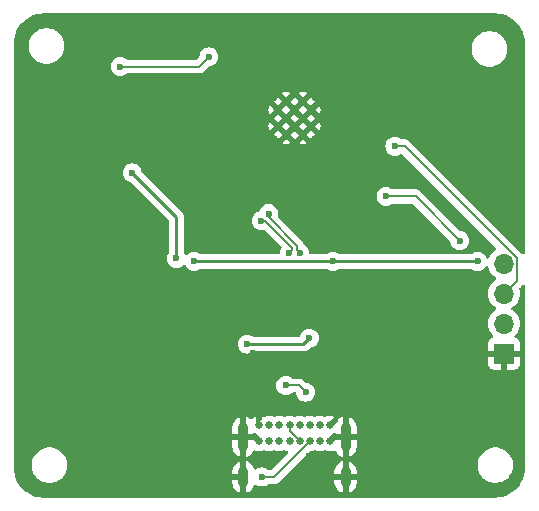
<source format=gbl>
G04 #@! TF.GenerationSoftware,KiCad,Pcbnew,8.0.5*
G04 #@! TF.CreationDate,2024-11-29T11:32:06+09:00*
G04 #@! TF.ProjectId,esp32_primary_board_v2,65737033-325f-4707-9269-6d6172795f62,rev?*
G04 #@! TF.SameCoordinates,Original*
G04 #@! TF.FileFunction,Copper,L4,Bot*
G04 #@! TF.FilePolarity,Positive*
%FSLAX46Y46*%
G04 Gerber Fmt 4.6, Leading zero omitted, Abs format (unit mm)*
G04 Created by KiCad (PCBNEW 8.0.5) date 2024-11-29 11:32:06*
%MOMM*%
%LPD*%
G01*
G04 APERTURE LIST*
G04 #@! TA.AperFunction,ComponentPad*
%ADD10C,0.650000*%
G04 #@! TD*
G04 #@! TA.AperFunction,ComponentPad*
%ADD11O,0.900000X1.700000*%
G04 #@! TD*
G04 #@! TA.AperFunction,ComponentPad*
%ADD12O,0.900000X2.400000*%
G04 #@! TD*
G04 #@! TA.AperFunction,ComponentPad*
%ADD13R,1.700000X1.700000*%
G04 #@! TD*
G04 #@! TA.AperFunction,ComponentPad*
%ADD14O,1.700000X1.700000*%
G04 #@! TD*
G04 #@! TA.AperFunction,HeatsinkPad*
%ADD15C,0.600000*%
G04 #@! TD*
G04 #@! TA.AperFunction,ViaPad*
%ADD16C,0.600000*%
G04 #@! TD*
G04 #@! TA.AperFunction,Conductor*
%ADD17C,0.127000*%
G04 #@! TD*
G04 #@! TA.AperFunction,Conductor*
%ADD18C,0.250000*%
G04 #@! TD*
G04 #@! TA.AperFunction,Conductor*
%ADD19C,0.152400*%
G04 #@! TD*
G04 #@! TA.AperFunction,Conductor*
%ADD20C,0.200000*%
G04 #@! TD*
G04 APERTURE END LIST*
D10*
X136275000Y-135390000D03*
X137125000Y-135390000D03*
X137975000Y-135390000D03*
X138825000Y-135390000D03*
X139675000Y-135390000D03*
X140525000Y-135390000D03*
X141375000Y-135390000D03*
X142225000Y-135390000D03*
X142225000Y-136740000D03*
X141375000Y-136740000D03*
X140525000Y-136740000D03*
X139675000Y-136740000D03*
X138825000Y-136740000D03*
X137975000Y-136740000D03*
X137125000Y-136740000D03*
X136275000Y-136740000D03*
D11*
X134925000Y-139750000D03*
X143575000Y-139750000D03*
D12*
X134925000Y-136370000D03*
X143575000Y-136370000D03*
D13*
X156975000Y-129300000D03*
D14*
X156975000Y-126760000D03*
X156975000Y-124220000D03*
X156975000Y-121680000D03*
D15*
X137850000Y-108660000D03*
X137850000Y-110060000D03*
X138550000Y-107960000D03*
X138550000Y-109360000D03*
X138550000Y-110760000D03*
X139250000Y-108660000D03*
X139250000Y-110060000D03*
X139950000Y-107960000D03*
X139950000Y-109360000D03*
X139950000Y-110760000D03*
X140650000Y-108660000D03*
X140650000Y-110060000D03*
D16*
X154500000Y-123000000D03*
X137750000Y-138000000D03*
X138500000Y-130500000D03*
X151750000Y-102000000D03*
X147750000Y-140500000D03*
X149750000Y-123250000D03*
X126250000Y-112250000D03*
X116250000Y-135000000D03*
X133500000Y-132500000D03*
X122000000Y-121750000D03*
X135000000Y-114000000D03*
X124000000Y-130750000D03*
X124750000Y-115250000D03*
X144000000Y-102750000D03*
X158000000Y-107000000D03*
X144250000Y-108750000D03*
X129250000Y-114500000D03*
X123000000Y-108250000D03*
X142250000Y-138500000D03*
X145500000Y-105500000D03*
X120000000Y-134250000D03*
X129000000Y-125250000D03*
X133250000Y-137750000D03*
X140500000Y-138000000D03*
X136000000Y-111800000D03*
X146250000Y-112750000D03*
X140250000Y-129750000D03*
X135750000Y-129250000D03*
X140250000Y-133750000D03*
X139000000Y-103000000D03*
X122750000Y-102250000D03*
X133250000Y-125500000D03*
X154750000Y-134250000D03*
X144000000Y-106250000D03*
X116000000Y-110750000D03*
X136000000Y-138250000D03*
X130500000Y-106000000D03*
X154500000Y-119500000D03*
X122000000Y-114500000D03*
X136250000Y-102500000D03*
X116000000Y-116000000D03*
X132000000Y-104180000D03*
X124500000Y-105000000D03*
X129250000Y-121250000D03*
X130750000Y-121500000D03*
X154750000Y-121500000D03*
X142500000Y-121500000D03*
X125500000Y-114000000D03*
X140500000Y-128000000D03*
X135250000Y-128500000D03*
X140183677Y-132566323D03*
X138500000Y-132000000D03*
X137051935Y-117448065D03*
X139677000Y-120780647D03*
X138823000Y-120780647D03*
X136448065Y-118051935D03*
X147000000Y-116000000D03*
X153250000Y-119750000D03*
X147750000Y-111750000D03*
X136500000Y-139750000D03*
D17*
X131180000Y-105000000D02*
X132000000Y-104180000D01*
X124500000Y-105000000D02*
X131180000Y-105000000D01*
D18*
X142500000Y-121500000D02*
X149000000Y-121500000D01*
X149000000Y-121500000D02*
X154750000Y-121500000D01*
X129250000Y-117750000D02*
X125500000Y-114000000D01*
X129250000Y-121250000D02*
X129250000Y-117750000D01*
X130750000Y-121500000D02*
X142500000Y-121500000D01*
X140000000Y-128500000D02*
X140500000Y-128000000D01*
X135250000Y-128500000D02*
X140000000Y-128500000D01*
D19*
X139453201Y-120556848D02*
X139453201Y-120165832D01*
X139677000Y-120780647D02*
X139453201Y-120556848D01*
X138500000Y-132000000D02*
X139617354Y-132000000D01*
X139617354Y-132000000D02*
X140183677Y-132566323D01*
X137051935Y-117764566D02*
X137051935Y-117448065D01*
X139453201Y-120165832D02*
X137051935Y-117764566D01*
X139675000Y-136740000D02*
X138825000Y-135890000D01*
X139046799Y-120556848D02*
X139046799Y-120334168D01*
X138823000Y-120780647D02*
X139046799Y-120556848D01*
X139046799Y-120334168D02*
X136764566Y-118051935D01*
X136764566Y-118051935D02*
X136448065Y-118051935D01*
X138825000Y-135890000D02*
X138825000Y-135390000D01*
D20*
X147000000Y-116000000D02*
X149500000Y-116000000D01*
X149500000Y-116000000D02*
X153250000Y-119750000D01*
X158052000Y-121233891D02*
X158052000Y-123143000D01*
X158052000Y-123143000D02*
X156975000Y-124220000D01*
X148568109Y-111750000D02*
X158052000Y-121233891D01*
X147750000Y-111750000D02*
X148568109Y-111750000D01*
X137515000Y-139750000D02*
X140525000Y-136740000D01*
X136500000Y-139750000D02*
X137515000Y-139750000D01*
G04 #@! TA.AperFunction,Conductor*
G36*
X135881340Y-136008634D02*
G01*
X135925688Y-136037135D01*
X136294401Y-136405848D01*
X136327886Y-136467171D01*
X136324652Y-136531845D01*
X136321145Y-136542635D01*
X136314782Y-136540000D01*
X136235218Y-136540000D01*
X136161709Y-136570448D01*
X136105448Y-136626709D01*
X136075000Y-136700218D01*
X136075000Y-136779782D01*
X136105448Y-136853291D01*
X136161709Y-136909552D01*
X136221084Y-136934145D01*
X136174178Y-136945999D01*
X136107936Y-136923777D01*
X136091217Y-136909770D01*
X135801447Y-136620000D01*
X135225000Y-136620000D01*
X135225000Y-136120000D01*
X135667461Y-136120000D01*
X135750325Y-136037135D01*
X135811648Y-136003650D01*
X135881340Y-136008634D01*
G37*
G04 #@! TD.AperFunction*
G04 #@! TA.AperFunction,Conductor*
G36*
X142705326Y-136008634D02*
G01*
X142749673Y-136037135D01*
X142832538Y-136120000D01*
X143275000Y-136120000D01*
X143275000Y-136620000D01*
X142698552Y-136620000D01*
X142408782Y-136909770D01*
X142347459Y-136943255D01*
X142277767Y-136938271D01*
X142274628Y-136935921D01*
X142338291Y-136909552D01*
X142394552Y-136853291D01*
X142425000Y-136779782D01*
X142425000Y-136700218D01*
X142394552Y-136626709D01*
X142338291Y-136570448D01*
X142264782Y-136540000D01*
X142185218Y-136540000D01*
X142178854Y-136542635D01*
X142175347Y-136531845D01*
X142173353Y-136462005D01*
X142205598Y-136405847D01*
X142574311Y-136037135D01*
X142635634Y-136003650D01*
X142705326Y-136008634D01*
G37*
G04 #@! TD.AperFunction*
G04 #@! TA.AperFunction,Conductor*
G36*
X156253736Y-100500726D02*
G01*
X156543796Y-100518271D01*
X156558659Y-100520076D01*
X156840798Y-100571780D01*
X156855335Y-100575363D01*
X157129172Y-100660695D01*
X157143163Y-100666000D01*
X157404743Y-100783727D01*
X157417989Y-100790680D01*
X157663465Y-100939075D01*
X157675776Y-100947573D01*
X157901573Y-101124473D01*
X157912781Y-101134403D01*
X158115596Y-101337218D01*
X158125526Y-101348426D01*
X158245481Y-101501538D01*
X158302422Y-101574217D01*
X158310928Y-101586540D01*
X158459316Y-101832004D01*
X158466275Y-101845263D01*
X158583997Y-102106831D01*
X158589306Y-102120832D01*
X158674635Y-102394663D01*
X158678219Y-102409201D01*
X158729923Y-102691340D01*
X158731728Y-102706205D01*
X158749274Y-102996263D01*
X158749500Y-103003750D01*
X158749500Y-120782792D01*
X158729815Y-120849831D01*
X158677011Y-120895586D01*
X158607853Y-120905530D01*
X158544297Y-120876505D01*
X158537819Y-120870473D01*
X158416397Y-120749051D01*
X158416374Y-120749030D01*
X149055699Y-111388355D01*
X149055697Y-111388352D01*
X148936826Y-111269481D01*
X148936818Y-111269475D01*
X148835045Y-111210717D01*
X148835043Y-111210716D01*
X148799899Y-111190425D01*
X148799898Y-111190424D01*
X148787372Y-111187067D01*
X148647166Y-111149499D01*
X148489052Y-111149499D01*
X148481456Y-111149499D01*
X148481440Y-111149500D01*
X148332412Y-111149500D01*
X148265373Y-111129815D01*
X148255097Y-111122445D01*
X148252263Y-111120185D01*
X148252262Y-111120184D01*
X148195496Y-111084515D01*
X148099523Y-111024211D01*
X147929254Y-110964631D01*
X147929249Y-110964630D01*
X147750004Y-110944435D01*
X147749996Y-110944435D01*
X147570750Y-110964630D01*
X147570745Y-110964631D01*
X147400476Y-111024211D01*
X147247737Y-111120184D01*
X147120184Y-111247737D01*
X147024211Y-111400476D01*
X146964631Y-111570745D01*
X146964630Y-111570750D01*
X146944435Y-111749996D01*
X146944435Y-111750003D01*
X146964630Y-111929249D01*
X146964631Y-111929254D01*
X147024211Y-112099523D01*
X147120184Y-112252262D01*
X147247738Y-112379816D01*
X147400478Y-112475789D01*
X147570745Y-112535368D01*
X147570750Y-112535369D01*
X147749996Y-112555565D01*
X147750000Y-112555565D01*
X147750004Y-112555565D01*
X147929249Y-112535369D01*
X147929252Y-112535368D01*
X147929255Y-112535368D01*
X148099522Y-112475789D01*
X148227751Y-112395216D01*
X148294987Y-112376217D01*
X148361823Y-112396585D01*
X148381404Y-112412530D01*
X156297174Y-120328300D01*
X156330659Y-120389623D01*
X156325675Y-120459315D01*
X156283803Y-120515248D01*
X156280616Y-120517556D01*
X156103597Y-120641505D01*
X155936505Y-120808597D01*
X155800965Y-121002169D01*
X155800964Y-121002171D01*
X155714325Y-121187969D01*
X155668152Y-121240408D01*
X155600959Y-121259560D01*
X155534078Y-121239344D01*
X155488743Y-121186179D01*
X155484901Y-121176518D01*
X155475789Y-121150478D01*
X155458711Y-121123298D01*
X155379816Y-120997738D01*
X155252262Y-120870184D01*
X155228883Y-120855494D01*
X155099523Y-120774211D01*
X154929254Y-120714631D01*
X154929249Y-120714630D01*
X154750004Y-120694435D01*
X154749996Y-120694435D01*
X154570750Y-120714630D01*
X154570745Y-120714631D01*
X154400476Y-120774211D01*
X154271117Y-120855494D01*
X154205145Y-120874500D01*
X143044855Y-120874500D01*
X142978883Y-120855494D01*
X142849523Y-120774211D01*
X142679254Y-120714631D01*
X142679249Y-120714630D01*
X142500004Y-120694435D01*
X142499996Y-120694435D01*
X142320750Y-120714630D01*
X142320745Y-120714631D01*
X142150476Y-120774211D01*
X142021117Y-120855494D01*
X141955145Y-120874500D01*
X140603953Y-120874500D01*
X140536914Y-120854815D01*
X140491159Y-120802011D01*
X140480733Y-120764383D01*
X140462369Y-120601397D01*
X140462368Y-120601392D01*
X140446332Y-120555565D01*
X140402789Y-120431125D01*
X140306816Y-120278385D01*
X140179262Y-120150831D01*
X140060497Y-120076206D01*
X140014207Y-120023872D01*
X140006697Y-120003312D01*
X139990600Y-119943234D01*
X139914676Y-119811730D01*
X139807303Y-119704357D01*
X137864651Y-117761705D01*
X137831166Y-117700382D01*
X137835293Y-117633064D01*
X137837302Y-117627322D01*
X137837303Y-117627320D01*
X137856863Y-117453720D01*
X137857500Y-117448068D01*
X137857500Y-117448061D01*
X137837304Y-117268815D01*
X137837303Y-117268810D01*
X137777723Y-117098541D01*
X137681750Y-116945802D01*
X137554197Y-116818249D01*
X137401458Y-116722276D01*
X137231189Y-116662696D01*
X137231184Y-116662695D01*
X137051939Y-116642500D01*
X137051931Y-116642500D01*
X136872685Y-116662695D01*
X136872680Y-116662696D01*
X136702411Y-116722276D01*
X136549672Y-116818249D01*
X136422119Y-116945802D01*
X136326147Y-117098540D01*
X136326146Y-117098541D01*
X136286870Y-117210785D01*
X136246148Y-117267560D01*
X136210785Y-117286870D01*
X136098541Y-117326146D01*
X136098540Y-117326147D01*
X135945802Y-117422119D01*
X135818249Y-117549672D01*
X135722276Y-117702411D01*
X135662696Y-117872680D01*
X135662695Y-117872685D01*
X135642500Y-118051931D01*
X135642500Y-118051938D01*
X135662695Y-118231184D01*
X135662696Y-118231189D01*
X135722276Y-118401458D01*
X135818249Y-118554197D01*
X135945803Y-118681751D01*
X136098543Y-118777724D01*
X136252875Y-118831727D01*
X136268810Y-118837303D01*
X136268815Y-118837304D01*
X136448061Y-118857500D01*
X136448065Y-118857500D01*
X136448069Y-118857500D01*
X136627312Y-118837304D01*
X136627313Y-118837303D01*
X136627320Y-118837303D01*
X136633064Y-118835292D01*
X136702842Y-118831727D01*
X136761705Y-118864651D01*
X138116412Y-120219358D01*
X138149897Y-120280681D01*
X138144913Y-120350373D01*
X138133726Y-120373009D01*
X138097209Y-120431127D01*
X138037633Y-120601384D01*
X138037630Y-120601397D01*
X138019267Y-120764383D01*
X137992201Y-120828797D01*
X137934606Y-120868353D01*
X137896047Y-120874500D01*
X131294855Y-120874500D01*
X131228883Y-120855494D01*
X131099523Y-120774211D01*
X130929254Y-120714631D01*
X130929249Y-120714630D01*
X130750004Y-120694435D01*
X130749996Y-120694435D01*
X130570750Y-120714630D01*
X130570745Y-120714631D01*
X130400476Y-120774211D01*
X130247739Y-120870183D01*
X130177912Y-120940010D01*
X130116588Y-120973494D01*
X130046897Y-120968509D01*
X129990963Y-120926638D01*
X129978510Y-120906128D01*
X129975789Y-120900477D01*
X129894506Y-120771117D01*
X129875500Y-120705145D01*
X129875500Y-117688393D01*
X129875499Y-117688389D01*
X129851463Y-117567548D01*
X129828724Y-117512652D01*
X129804312Y-117453715D01*
X129769379Y-117401435D01*
X129735858Y-117351267D01*
X129735856Y-117351264D01*
X129645637Y-117261045D01*
X129645606Y-117261016D01*
X128384586Y-115999996D01*
X146194435Y-115999996D01*
X146194435Y-116000003D01*
X146214630Y-116179249D01*
X146214631Y-116179254D01*
X146274211Y-116349523D01*
X146370184Y-116502262D01*
X146497738Y-116629816D01*
X146650478Y-116725789D01*
X146820745Y-116785368D01*
X146820750Y-116785369D01*
X146999996Y-116805565D01*
X147000000Y-116805565D01*
X147000004Y-116805565D01*
X147179249Y-116785369D01*
X147179252Y-116785368D01*
X147179255Y-116785368D01*
X147349522Y-116725789D01*
X147502262Y-116629816D01*
X147502267Y-116629810D01*
X147505097Y-116627555D01*
X147507275Y-116626665D01*
X147508158Y-116626111D01*
X147508255Y-116626265D01*
X147569783Y-116601145D01*
X147582412Y-116600500D01*
X149199903Y-116600500D01*
X149266942Y-116620185D01*
X149287584Y-116636819D01*
X152419298Y-119768533D01*
X152452783Y-119829856D01*
X152454837Y-119842330D01*
X152464630Y-119929249D01*
X152464631Y-119929254D01*
X152464632Y-119929255D01*
X152469524Y-119943235D01*
X152524210Y-120099521D01*
X152599509Y-120219358D01*
X152620184Y-120252262D01*
X152747738Y-120379816D01*
X152900478Y-120475789D01*
X153019841Y-120517556D01*
X153070745Y-120535368D01*
X153070750Y-120535369D01*
X153249996Y-120555565D01*
X153250000Y-120555565D01*
X153250004Y-120555565D01*
X153429249Y-120535369D01*
X153429252Y-120535368D01*
X153429255Y-120535368D01*
X153599522Y-120475789D01*
X153752262Y-120379816D01*
X153879816Y-120252262D01*
X153975789Y-120099522D01*
X154035368Y-119929255D01*
X154045162Y-119842330D01*
X154055565Y-119750003D01*
X154055565Y-119749996D01*
X154035369Y-119570750D01*
X154035368Y-119570745D01*
X153975788Y-119400476D01*
X153879815Y-119247737D01*
X153752262Y-119120184D01*
X153599521Y-119024210D01*
X153429249Y-118964630D01*
X153342330Y-118954837D01*
X153277916Y-118927770D01*
X153268533Y-118919298D01*
X149987590Y-115638355D01*
X149987588Y-115638352D01*
X149868717Y-115519481D01*
X149868709Y-115519475D01*
X149766936Y-115460717D01*
X149766934Y-115460716D01*
X149731790Y-115440425D01*
X149731789Y-115440424D01*
X149719263Y-115437067D01*
X149579057Y-115399499D01*
X149420943Y-115399499D01*
X149413347Y-115399499D01*
X149413331Y-115399500D01*
X147582412Y-115399500D01*
X147515373Y-115379815D01*
X147505097Y-115372445D01*
X147502263Y-115370185D01*
X147502262Y-115370184D01*
X147445496Y-115334515D01*
X147349523Y-115274211D01*
X147179254Y-115214631D01*
X147179249Y-115214630D01*
X147000004Y-115194435D01*
X146999996Y-115194435D01*
X146820750Y-115214630D01*
X146820745Y-115214631D01*
X146650476Y-115274211D01*
X146497737Y-115370184D01*
X146370184Y-115497737D01*
X146274211Y-115650476D01*
X146214631Y-115820745D01*
X146214630Y-115820750D01*
X146194435Y-115999996D01*
X128384586Y-115999996D01*
X126326211Y-113941621D01*
X126292726Y-113880298D01*
X126290673Y-113867838D01*
X126285368Y-113820745D01*
X126225789Y-113650478D01*
X126129816Y-113497738D01*
X126002262Y-113370184D01*
X125849523Y-113274211D01*
X125679254Y-113214631D01*
X125679249Y-113214630D01*
X125500004Y-113194435D01*
X125499996Y-113194435D01*
X125320750Y-113214630D01*
X125320745Y-113214631D01*
X125150476Y-113274211D01*
X124997737Y-113370184D01*
X124870184Y-113497737D01*
X124774211Y-113650476D01*
X124714631Y-113820745D01*
X124714630Y-113820750D01*
X124694435Y-113999996D01*
X124694435Y-114000003D01*
X124714630Y-114179249D01*
X124714631Y-114179254D01*
X124774211Y-114349523D01*
X124870184Y-114502262D01*
X124997738Y-114629816D01*
X125150478Y-114725789D01*
X125320745Y-114785368D01*
X125367823Y-114790672D01*
X125432236Y-114817737D01*
X125441621Y-114826211D01*
X128588181Y-117972771D01*
X128621666Y-118034094D01*
X128624500Y-118060452D01*
X128624500Y-120705145D01*
X128605494Y-120771117D01*
X128524211Y-120900476D01*
X128464631Y-121070745D01*
X128464630Y-121070750D01*
X128444435Y-121249996D01*
X128444435Y-121250003D01*
X128464630Y-121429249D01*
X128464631Y-121429254D01*
X128524211Y-121599523D01*
X128620184Y-121752262D01*
X128747738Y-121879816D01*
X128900478Y-121975789D01*
X129070745Y-122035368D01*
X129070750Y-122035369D01*
X129249996Y-122055565D01*
X129250000Y-122055565D01*
X129250004Y-122055565D01*
X129429249Y-122035369D01*
X129429252Y-122035368D01*
X129429255Y-122035368D01*
X129599522Y-121975789D01*
X129752262Y-121879816D01*
X129822090Y-121809987D01*
X129883409Y-121776505D01*
X129953101Y-121781489D01*
X130009035Y-121823360D01*
X130021487Y-121843867D01*
X130024209Y-121849519D01*
X130091462Y-121956551D01*
X130120184Y-122002262D01*
X130247738Y-122129816D01*
X130400478Y-122225789D01*
X130570745Y-122285368D01*
X130570750Y-122285369D01*
X130749996Y-122305565D01*
X130750000Y-122305565D01*
X130750004Y-122305565D01*
X130929249Y-122285369D01*
X130929252Y-122285368D01*
X130929255Y-122285368D01*
X131099522Y-122225789D01*
X131228883Y-122144505D01*
X131294855Y-122125500D01*
X141955145Y-122125500D01*
X142021116Y-122144505D01*
X142150478Y-122225789D01*
X142320745Y-122285368D01*
X142320750Y-122285369D01*
X142499996Y-122305565D01*
X142500000Y-122305565D01*
X142500004Y-122305565D01*
X142679249Y-122285369D01*
X142679252Y-122285368D01*
X142679255Y-122285368D01*
X142849522Y-122225789D01*
X142978883Y-122144505D01*
X143044855Y-122125500D01*
X148938394Y-122125500D01*
X154205145Y-122125500D01*
X154271116Y-122144505D01*
X154400478Y-122225789D01*
X154570745Y-122285368D01*
X154570750Y-122285369D01*
X154749996Y-122305565D01*
X154750000Y-122305565D01*
X154750004Y-122305565D01*
X154929249Y-122285369D01*
X154929252Y-122285368D01*
X154929255Y-122285368D01*
X155099522Y-122225789D01*
X155252262Y-122129816D01*
X155379816Y-122002262D01*
X155427279Y-121926725D01*
X155479613Y-121880435D01*
X155548666Y-121869787D01*
X155612515Y-121898162D01*
X155650887Y-121956551D01*
X155652047Y-121960605D01*
X155701094Y-122143655D01*
X155701096Y-122143659D01*
X155701097Y-122143663D01*
X155739393Y-122225788D01*
X155800965Y-122357830D01*
X155800967Y-122357834D01*
X155936501Y-122551395D01*
X155936506Y-122551402D01*
X156103597Y-122718493D01*
X156103603Y-122718498D01*
X156289158Y-122848425D01*
X156332783Y-122903002D01*
X156339977Y-122972500D01*
X156308454Y-123034855D01*
X156289158Y-123051575D01*
X156103597Y-123181505D01*
X155936505Y-123348597D01*
X155800965Y-123542169D01*
X155800964Y-123542171D01*
X155701098Y-123756335D01*
X155701094Y-123756344D01*
X155639938Y-123984586D01*
X155639936Y-123984596D01*
X155619341Y-124219999D01*
X155619341Y-124220000D01*
X155639936Y-124455403D01*
X155639938Y-124455413D01*
X155701094Y-124683655D01*
X155701096Y-124683659D01*
X155701097Y-124683663D01*
X155800965Y-124897830D01*
X155800967Y-124897834D01*
X155936501Y-125091395D01*
X155936506Y-125091402D01*
X156103597Y-125258493D01*
X156103603Y-125258498D01*
X156289158Y-125388425D01*
X156332783Y-125443002D01*
X156339977Y-125512500D01*
X156308454Y-125574855D01*
X156289158Y-125591575D01*
X156103597Y-125721505D01*
X155936505Y-125888597D01*
X155800965Y-126082169D01*
X155800964Y-126082171D01*
X155701098Y-126296335D01*
X155701094Y-126296344D01*
X155639938Y-126524586D01*
X155639936Y-126524596D01*
X155619341Y-126759999D01*
X155619341Y-126760000D01*
X155639936Y-126995403D01*
X155639938Y-126995413D01*
X155701094Y-127223655D01*
X155701096Y-127223659D01*
X155701097Y-127223663D01*
X155724668Y-127274211D01*
X155800965Y-127437830D01*
X155800967Y-127437834D01*
X155842912Y-127497737D01*
X155936501Y-127631396D01*
X155936506Y-127631402D01*
X156058818Y-127753714D01*
X156092303Y-127815037D01*
X156087319Y-127884729D01*
X156045447Y-127940662D01*
X156014471Y-127957577D01*
X155882912Y-128006646D01*
X155882906Y-128006649D01*
X155767812Y-128092809D01*
X155767809Y-128092812D01*
X155681649Y-128207906D01*
X155681645Y-128207913D01*
X155631403Y-128342620D01*
X155631401Y-128342627D01*
X155625000Y-128402155D01*
X155625000Y-129050000D01*
X156541988Y-129050000D01*
X156509075Y-129107007D01*
X156475000Y-129234174D01*
X156475000Y-129365826D01*
X156509075Y-129492993D01*
X156541988Y-129550000D01*
X155625000Y-129550000D01*
X155625000Y-130197844D01*
X155631401Y-130257372D01*
X155631403Y-130257379D01*
X155681645Y-130392086D01*
X155681649Y-130392093D01*
X155767809Y-130507187D01*
X155767812Y-130507190D01*
X155882906Y-130593350D01*
X155882913Y-130593354D01*
X156017620Y-130643596D01*
X156017627Y-130643598D01*
X156077155Y-130649999D01*
X156077172Y-130650000D01*
X156725000Y-130650000D01*
X156725000Y-129733012D01*
X156782007Y-129765925D01*
X156909174Y-129800000D01*
X157040826Y-129800000D01*
X157167993Y-129765925D01*
X157225000Y-129733012D01*
X157225000Y-130650000D01*
X157872828Y-130650000D01*
X157872844Y-130649999D01*
X157932372Y-130643598D01*
X157932379Y-130643596D01*
X158067086Y-130593354D01*
X158067093Y-130593350D01*
X158182187Y-130507190D01*
X158182190Y-130507187D01*
X158268350Y-130392093D01*
X158268354Y-130392086D01*
X158318596Y-130257379D01*
X158318598Y-130257372D01*
X158324999Y-130197844D01*
X158325000Y-130197827D01*
X158325000Y-129550000D01*
X157408012Y-129550000D01*
X157440925Y-129492993D01*
X157475000Y-129365826D01*
X157475000Y-129234174D01*
X157440925Y-129107007D01*
X157408012Y-129050000D01*
X158325000Y-129050000D01*
X158325000Y-128402172D01*
X158324999Y-128402155D01*
X158318598Y-128342627D01*
X158318596Y-128342620D01*
X158268354Y-128207913D01*
X158268350Y-128207906D01*
X158182190Y-128092812D01*
X158182187Y-128092809D01*
X158067093Y-128006649D01*
X158067088Y-128006646D01*
X157935528Y-127957577D01*
X157879595Y-127915705D01*
X157855178Y-127850241D01*
X157870030Y-127781968D01*
X157891175Y-127753720D01*
X158013495Y-127631401D01*
X158149035Y-127437830D01*
X158248903Y-127223663D01*
X158310063Y-126995408D01*
X158330659Y-126760000D01*
X158310063Y-126524592D01*
X158248903Y-126296337D01*
X158149035Y-126082171D01*
X158013495Y-125888599D01*
X158013494Y-125888597D01*
X157846402Y-125721506D01*
X157846396Y-125721501D01*
X157660842Y-125591575D01*
X157617217Y-125536998D01*
X157610023Y-125467500D01*
X157641546Y-125405145D01*
X157660842Y-125388425D01*
X157683026Y-125372891D01*
X157846401Y-125258495D01*
X158013495Y-125091401D01*
X158149035Y-124897830D01*
X158248903Y-124683663D01*
X158310063Y-124455408D01*
X158330659Y-124220000D01*
X158310063Y-123984592D01*
X158275671Y-123856239D01*
X158277334Y-123786393D01*
X158307763Y-123736470D01*
X158410506Y-123633728D01*
X158410511Y-123633724D01*
X158420714Y-123623520D01*
X158420716Y-123623520D01*
X158532520Y-123511716D01*
X158532520Y-123511715D01*
X158537819Y-123506417D01*
X158599142Y-123472932D01*
X158668834Y-123477916D01*
X158724767Y-123519788D01*
X158749184Y-123585252D01*
X158749500Y-123594098D01*
X158749500Y-138996249D01*
X158749274Y-139003736D01*
X158731728Y-139293794D01*
X158729923Y-139308659D01*
X158678219Y-139590798D01*
X158674635Y-139605336D01*
X158589306Y-139879167D01*
X158583997Y-139893168D01*
X158466275Y-140154736D01*
X158459316Y-140167995D01*
X158310928Y-140413459D01*
X158302422Y-140425782D01*
X158125526Y-140651573D01*
X158115596Y-140662781D01*
X157912781Y-140865596D01*
X157901573Y-140875526D01*
X157675782Y-141052422D01*
X157663459Y-141060928D01*
X157417995Y-141209316D01*
X157404736Y-141216275D01*
X157143168Y-141333997D01*
X157129167Y-141339306D01*
X156855336Y-141424635D01*
X156840798Y-141428219D01*
X156558659Y-141479923D01*
X156543794Y-141481728D01*
X156253736Y-141499274D01*
X156246249Y-141499500D01*
X118003751Y-141499500D01*
X117996264Y-141499274D01*
X117706205Y-141481728D01*
X117691340Y-141479923D01*
X117409201Y-141428219D01*
X117394663Y-141424635D01*
X117120832Y-141339306D01*
X117106831Y-141333997D01*
X116845263Y-141216275D01*
X116832004Y-141209316D01*
X116590780Y-141063491D01*
X116586537Y-141060926D01*
X116574217Y-141052422D01*
X116496943Y-140991882D01*
X116348426Y-140875526D01*
X116337218Y-140865596D01*
X116134403Y-140662781D01*
X116124473Y-140651573D01*
X116033432Y-140535368D01*
X115947573Y-140425776D01*
X115939075Y-140413465D01*
X115790680Y-140167989D01*
X115783727Y-140154743D01*
X115666000Y-139893163D01*
X115660693Y-139879167D01*
X115613435Y-139727512D01*
X115575363Y-139605335D01*
X115571780Y-139590798D01*
X115555141Y-139500000D01*
X115520075Y-139308657D01*
X115518271Y-139293794D01*
X115500726Y-139003736D01*
X115500500Y-138996249D01*
X115500500Y-138631902D01*
X116999500Y-138631902D01*
X116999500Y-138868097D01*
X117036446Y-139101368D01*
X117109433Y-139325996D01*
X117147384Y-139400478D01*
X117216657Y-139536433D01*
X117355483Y-139727510D01*
X117522490Y-139894517D01*
X117713567Y-140033343D01*
X117812991Y-140084002D01*
X117924003Y-140140566D01*
X117924005Y-140140566D01*
X117924008Y-140140568D01*
X118044412Y-140179689D01*
X118148631Y-140213553D01*
X118381903Y-140250500D01*
X118381908Y-140250500D01*
X118618097Y-140250500D01*
X118851368Y-140213553D01*
X119075992Y-140140568D01*
X119286433Y-140033343D01*
X119477510Y-139894517D01*
X119644517Y-139727510D01*
X119783343Y-139536433D01*
X119890568Y-139325992D01*
X119963553Y-139101368D01*
X119971689Y-139050000D01*
X120000500Y-138868097D01*
X120000500Y-138631902D01*
X119963553Y-138398631D01*
X119890566Y-138174003D01*
X119783342Y-137963566D01*
X119644517Y-137772490D01*
X119477510Y-137605483D01*
X119286433Y-137466657D01*
X119271095Y-137458842D01*
X119075996Y-137359433D01*
X118851368Y-137286446D01*
X118618097Y-137249500D01*
X118618092Y-137249500D01*
X118381908Y-137249500D01*
X118381903Y-137249500D01*
X118148631Y-137286446D01*
X117924003Y-137359433D01*
X117713566Y-137466657D01*
X117615848Y-137537654D01*
X117522490Y-137605483D01*
X117522488Y-137605485D01*
X117522487Y-137605485D01*
X117355485Y-137772487D01*
X117355485Y-137772488D01*
X117355483Y-137772490D01*
X117295862Y-137854550D01*
X117216657Y-137963566D01*
X117109433Y-138174003D01*
X117036446Y-138398631D01*
X116999500Y-138631902D01*
X115500500Y-138631902D01*
X115500500Y-135526428D01*
X133975000Y-135526428D01*
X133975000Y-136120000D01*
X134625000Y-136120000D01*
X134625000Y-136620000D01*
X133975000Y-136620000D01*
X133975000Y-137213571D01*
X134011506Y-137397097D01*
X134011508Y-137397105D01*
X134083119Y-137569991D01*
X134083124Y-137570000D01*
X134187086Y-137725589D01*
X134187089Y-137725593D01*
X134319406Y-137857910D01*
X134319410Y-137857913D01*
X134474999Y-137961875D01*
X134475012Y-137961882D01*
X134647889Y-138033489D01*
X134647896Y-138033491D01*
X134675000Y-138038882D01*
X134675000Y-137286988D01*
X134684940Y-137304205D01*
X134740795Y-137360060D01*
X134809204Y-137399556D01*
X134885504Y-137420000D01*
X134964496Y-137420000D01*
X135040796Y-137399556D01*
X135109205Y-137360060D01*
X135165060Y-137304205D01*
X135175000Y-137286988D01*
X135175000Y-138038881D01*
X135202103Y-138033491D01*
X135202110Y-138033489D01*
X135374987Y-137961882D01*
X135375000Y-137961875D01*
X135530589Y-137857913D01*
X135530593Y-137857910D01*
X135662910Y-137725593D01*
X135662913Y-137725589D01*
X135766875Y-137570000D01*
X135766878Y-137569994D01*
X135771723Y-137558297D01*
X135815561Y-137503891D01*
X135881854Y-137481822D01*
X135936723Y-137492464D01*
X136018652Y-137528941D01*
X136018657Y-137528943D01*
X136188289Y-137565000D01*
X136361711Y-137565000D01*
X136531342Y-137528943D01*
X136531347Y-137528941D01*
X136648947Y-137476582D01*
X136718197Y-137467297D01*
X136749818Y-137476581D01*
X136821639Y-137508557D01*
X136868501Y-137529422D01*
X137038236Y-137565500D01*
X137038237Y-137565500D01*
X137211762Y-137565500D01*
X137211764Y-137565500D01*
X137381499Y-137529422D01*
X137381501Y-137529420D01*
X137381504Y-137529420D01*
X137499564Y-137476856D01*
X137568814Y-137467571D01*
X137600436Y-137476856D01*
X137718495Y-137529420D01*
X137718501Y-137529422D01*
X137888236Y-137565500D01*
X137888237Y-137565500D01*
X138061762Y-137565500D01*
X138061764Y-137565500D01*
X138231499Y-137529422D01*
X138231501Y-137529420D01*
X138231504Y-137529420D01*
X138349564Y-137476856D01*
X138418814Y-137467571D01*
X138450436Y-137476856D01*
X138568495Y-137529420D01*
X138568497Y-137529420D01*
X138568501Y-137529422D01*
X138607240Y-137537656D01*
X138668718Y-137570846D01*
X138702496Y-137632008D01*
X138697844Y-137701723D01*
X138669138Y-137746626D01*
X137302584Y-139113181D01*
X137241261Y-139146666D01*
X137214903Y-139149500D01*
X137082412Y-139149500D01*
X137015373Y-139129815D01*
X137005097Y-139122445D01*
X137002263Y-139120185D01*
X137002262Y-139120184D01*
X136927013Y-139072902D01*
X136849523Y-139024211D01*
X136679254Y-138964631D01*
X136679249Y-138964630D01*
X136500004Y-138944435D01*
X136499996Y-138944435D01*
X136320750Y-138964630D01*
X136320745Y-138964631D01*
X136150476Y-139024211D01*
X136011259Y-139111688D01*
X135944022Y-139130688D01*
X135877187Y-139110320D01*
X135831973Y-139057052D01*
X135830726Y-139054146D01*
X135766882Y-138900012D01*
X135766875Y-138899999D01*
X135662913Y-138744410D01*
X135662910Y-138744406D01*
X135530593Y-138612089D01*
X135530589Y-138612086D01*
X135375000Y-138508124D01*
X135374991Y-138508119D01*
X135202103Y-138436507D01*
X135202100Y-138436506D01*
X135175000Y-138431115D01*
X135175000Y-139183011D01*
X135165060Y-139165795D01*
X135109205Y-139109940D01*
X135040796Y-139070444D01*
X134964496Y-139050000D01*
X134885504Y-139050000D01*
X134809204Y-139070444D01*
X134740795Y-139109940D01*
X134684940Y-139165795D01*
X134675000Y-139183011D01*
X134675000Y-138431116D01*
X134674999Y-138431115D01*
X134647899Y-138436506D01*
X134647896Y-138436507D01*
X134475008Y-138508119D01*
X134474999Y-138508124D01*
X134319410Y-138612086D01*
X134319406Y-138612089D01*
X134187089Y-138744406D01*
X134187086Y-138744410D01*
X134083124Y-138899999D01*
X134083119Y-138900008D01*
X134011508Y-139072894D01*
X134011506Y-139072902D01*
X133975000Y-139256428D01*
X133975000Y-139500000D01*
X134625000Y-139500000D01*
X134625000Y-140000000D01*
X133975000Y-140000000D01*
X133975000Y-140243571D01*
X134011506Y-140427097D01*
X134011508Y-140427105D01*
X134083119Y-140599991D01*
X134083124Y-140600000D01*
X134187086Y-140755589D01*
X134187089Y-140755593D01*
X134319406Y-140887910D01*
X134319410Y-140887913D01*
X134474999Y-140991875D01*
X134475012Y-140991882D01*
X134647889Y-141063489D01*
X134647896Y-141063491D01*
X134675000Y-141068882D01*
X134675000Y-140316988D01*
X134684940Y-140334205D01*
X134740795Y-140390060D01*
X134809204Y-140429556D01*
X134885504Y-140450000D01*
X134964496Y-140450000D01*
X135040796Y-140429556D01*
X135109205Y-140390060D01*
X135165060Y-140334205D01*
X135175000Y-140316988D01*
X135175000Y-141068881D01*
X135202103Y-141063491D01*
X135202110Y-141063489D01*
X135374987Y-140991882D01*
X135375000Y-140991875D01*
X135530589Y-140887913D01*
X135530593Y-140887910D01*
X135662910Y-140755593D01*
X135662913Y-140755589D01*
X135766875Y-140600000D01*
X135766882Y-140599987D01*
X135830726Y-140445853D01*
X135874567Y-140391449D01*
X135940861Y-140369384D01*
X136008560Y-140386663D01*
X136011234Y-140388296D01*
X136057791Y-140417550D01*
X136150475Y-140475788D01*
X136320745Y-140535368D01*
X136320750Y-140535369D01*
X136499996Y-140555565D01*
X136500000Y-140555565D01*
X136500004Y-140555565D01*
X136679249Y-140535369D01*
X136679252Y-140535368D01*
X136679255Y-140535368D01*
X136849522Y-140475789D01*
X137002262Y-140379816D01*
X137002267Y-140379810D01*
X137005097Y-140377555D01*
X137007275Y-140376665D01*
X137008158Y-140376111D01*
X137008255Y-140376265D01*
X137069783Y-140351145D01*
X137082412Y-140350500D01*
X137428331Y-140350500D01*
X137428347Y-140350501D01*
X137435943Y-140350501D01*
X137594054Y-140350501D01*
X137594057Y-140350501D01*
X137746785Y-140309577D01*
X137796904Y-140280639D01*
X137883716Y-140230520D01*
X137995520Y-140118716D01*
X137995520Y-140118714D01*
X138005728Y-140108507D01*
X138005729Y-140108504D01*
X138857806Y-139256428D01*
X142625000Y-139256428D01*
X142625000Y-139500000D01*
X143275000Y-139500000D01*
X143275000Y-140000000D01*
X142625000Y-140000000D01*
X142625000Y-140243571D01*
X142661506Y-140427097D01*
X142661508Y-140427105D01*
X142733119Y-140599991D01*
X142733124Y-140600000D01*
X142837086Y-140755589D01*
X142837089Y-140755593D01*
X142969406Y-140887910D01*
X142969410Y-140887913D01*
X143124999Y-140991875D01*
X143125012Y-140991882D01*
X143297889Y-141063489D01*
X143297896Y-141063491D01*
X143325000Y-141068882D01*
X143325000Y-140316988D01*
X143334940Y-140334205D01*
X143390795Y-140390060D01*
X143459204Y-140429556D01*
X143535504Y-140450000D01*
X143614496Y-140450000D01*
X143690796Y-140429556D01*
X143759205Y-140390060D01*
X143815060Y-140334205D01*
X143825000Y-140316988D01*
X143825000Y-141068881D01*
X143852103Y-141063491D01*
X143852110Y-141063489D01*
X144024987Y-140991882D01*
X144025000Y-140991875D01*
X144180589Y-140887913D01*
X144180593Y-140887910D01*
X144312910Y-140755593D01*
X144312913Y-140755589D01*
X144416875Y-140600000D01*
X144416880Y-140599991D01*
X144488491Y-140427105D01*
X144488493Y-140427097D01*
X144524999Y-140243571D01*
X144525000Y-140243569D01*
X144525000Y-140000000D01*
X143875000Y-140000000D01*
X143875000Y-139500000D01*
X144525000Y-139500000D01*
X144525000Y-139256430D01*
X144524999Y-139256428D01*
X144488493Y-139072902D01*
X144488491Y-139072894D01*
X144416880Y-138900008D01*
X144416875Y-138899999D01*
X144312913Y-138744410D01*
X144312910Y-138744406D01*
X144200406Y-138631902D01*
X154749500Y-138631902D01*
X154749500Y-138868097D01*
X154786446Y-139101368D01*
X154859433Y-139325996D01*
X154897384Y-139400478D01*
X154966657Y-139536433D01*
X155105483Y-139727510D01*
X155272490Y-139894517D01*
X155463567Y-140033343D01*
X155562991Y-140084002D01*
X155674003Y-140140566D01*
X155674005Y-140140566D01*
X155674008Y-140140568D01*
X155794412Y-140179689D01*
X155898631Y-140213553D01*
X156131903Y-140250500D01*
X156131908Y-140250500D01*
X156368097Y-140250500D01*
X156601368Y-140213553D01*
X156825992Y-140140568D01*
X157036433Y-140033343D01*
X157227510Y-139894517D01*
X157394517Y-139727510D01*
X157533343Y-139536433D01*
X157640568Y-139325992D01*
X157713553Y-139101368D01*
X157721689Y-139050000D01*
X157750500Y-138868097D01*
X157750500Y-138631902D01*
X157713553Y-138398631D01*
X157640566Y-138174003D01*
X157533342Y-137963566D01*
X157394517Y-137772490D01*
X157227510Y-137605483D01*
X157036433Y-137466657D01*
X157021095Y-137458842D01*
X156825996Y-137359433D01*
X156601368Y-137286446D01*
X156368097Y-137249500D01*
X156368092Y-137249500D01*
X156131908Y-137249500D01*
X156131903Y-137249500D01*
X155898631Y-137286446D01*
X155674003Y-137359433D01*
X155463566Y-137466657D01*
X155365848Y-137537654D01*
X155272490Y-137605483D01*
X155272488Y-137605485D01*
X155272487Y-137605485D01*
X155105485Y-137772487D01*
X155105485Y-137772488D01*
X155105483Y-137772490D01*
X155045862Y-137854550D01*
X154966657Y-137963566D01*
X154859433Y-138174003D01*
X154786446Y-138398631D01*
X154749500Y-138631902D01*
X144200406Y-138631902D01*
X144180593Y-138612089D01*
X144180589Y-138612086D01*
X144025000Y-138508124D01*
X144024991Y-138508119D01*
X143852103Y-138436507D01*
X143852100Y-138436506D01*
X143825000Y-138431115D01*
X143825000Y-139183011D01*
X143815060Y-139165795D01*
X143759205Y-139109940D01*
X143690796Y-139070444D01*
X143614496Y-139050000D01*
X143535504Y-139050000D01*
X143459204Y-139070444D01*
X143390795Y-139109940D01*
X143334940Y-139165795D01*
X143325000Y-139183011D01*
X143325000Y-138431116D01*
X143324999Y-138431115D01*
X143297899Y-138436506D01*
X143297896Y-138436507D01*
X143125008Y-138508119D01*
X143124999Y-138508124D01*
X142969410Y-138612086D01*
X142969406Y-138612089D01*
X142837089Y-138744406D01*
X142837086Y-138744410D01*
X142733124Y-138899999D01*
X142733119Y-138900008D01*
X142661508Y-139072894D01*
X142661506Y-139072902D01*
X142625000Y-139256428D01*
X138857806Y-139256428D01*
X140512416Y-137601819D01*
X140573739Y-137568334D01*
X140600097Y-137565500D01*
X140611762Y-137565500D01*
X140611764Y-137565500D01*
X140781499Y-137529422D01*
X140781501Y-137529420D01*
X140781504Y-137529420D01*
X140899564Y-137476856D01*
X140968814Y-137467571D01*
X141000436Y-137476856D01*
X141118495Y-137529420D01*
X141118501Y-137529422D01*
X141288236Y-137565500D01*
X141288237Y-137565500D01*
X141461762Y-137565500D01*
X141461764Y-137565500D01*
X141631499Y-137529422D01*
X141631501Y-137529420D01*
X141631504Y-137529420D01*
X141750179Y-137476582D01*
X141819429Y-137467297D01*
X141851050Y-137476581D01*
X141968657Y-137528943D01*
X142138289Y-137565000D01*
X142311711Y-137565000D01*
X142481342Y-137528943D01*
X142481347Y-137528941D01*
X142563276Y-137492464D01*
X142632526Y-137483179D01*
X142695803Y-137512807D01*
X142728273Y-137558291D01*
X142733117Y-137569987D01*
X142733124Y-137570000D01*
X142837086Y-137725589D01*
X142837089Y-137725593D01*
X142969406Y-137857910D01*
X142969410Y-137857913D01*
X143124999Y-137961875D01*
X143125012Y-137961882D01*
X143297889Y-138033489D01*
X143297896Y-138033491D01*
X143325000Y-138038882D01*
X143325000Y-137286988D01*
X143334940Y-137304205D01*
X143390795Y-137360060D01*
X143459204Y-137399556D01*
X143535504Y-137420000D01*
X143614496Y-137420000D01*
X143690796Y-137399556D01*
X143759205Y-137360060D01*
X143815060Y-137304205D01*
X143825000Y-137286988D01*
X143825000Y-138038881D01*
X143852103Y-138033491D01*
X143852110Y-138033489D01*
X144024987Y-137961882D01*
X144025000Y-137961875D01*
X144180589Y-137857913D01*
X144180593Y-137857910D01*
X144312910Y-137725593D01*
X144312913Y-137725589D01*
X144416875Y-137570000D01*
X144416880Y-137569991D01*
X144488491Y-137397105D01*
X144488493Y-137397097D01*
X144524999Y-137213571D01*
X144525000Y-137213569D01*
X144525000Y-136620000D01*
X143875000Y-136620000D01*
X143875000Y-136120000D01*
X144525000Y-136120000D01*
X144525000Y-135526430D01*
X144524999Y-135526428D01*
X144488493Y-135342902D01*
X144488491Y-135342894D01*
X144416880Y-135170008D01*
X144416875Y-135169999D01*
X144312913Y-135014410D01*
X144312910Y-135014406D01*
X144180593Y-134882089D01*
X144180589Y-134882086D01*
X144025000Y-134778124D01*
X144024991Y-134778119D01*
X143852103Y-134706507D01*
X143852100Y-134706506D01*
X143825000Y-134701115D01*
X143825000Y-135453011D01*
X143815060Y-135435795D01*
X143759205Y-135379940D01*
X143690796Y-135340444D01*
X143614496Y-135320000D01*
X143535504Y-135320000D01*
X143459204Y-135340444D01*
X143390795Y-135379940D01*
X143334940Y-135435795D01*
X143325000Y-135453011D01*
X143325000Y-134701116D01*
X143324999Y-134701115D01*
X143297899Y-134706506D01*
X143297896Y-134706507D01*
X143125008Y-134778119D01*
X143124999Y-134778124D01*
X142969415Y-134882082D01*
X142969407Y-134882089D01*
X142957016Y-134894478D01*
X142957016Y-134918714D01*
X142961349Y-134926649D01*
X142956365Y-134996341D01*
X142927864Y-135040688D01*
X142408782Y-135559770D01*
X142347459Y-135593255D01*
X142277767Y-135588271D01*
X142274628Y-135585921D01*
X142338291Y-135559552D01*
X142394552Y-135503291D01*
X142425000Y-135429782D01*
X142425000Y-135350218D01*
X142394552Y-135276709D01*
X142338291Y-135220448D01*
X142264782Y-135190000D01*
X142185218Y-135190000D01*
X142178854Y-135192635D01*
X142175347Y-135181845D01*
X142173353Y-135112005D01*
X142205598Y-135055847D01*
X142605231Y-134656215D01*
X142481340Y-134601056D01*
X142311711Y-134565000D01*
X142138289Y-134565000D01*
X141968657Y-134601056D01*
X141968656Y-134601056D01*
X141851050Y-134653418D01*
X141781800Y-134662702D01*
X141750180Y-134653418D01*
X141631500Y-134600578D01*
X141631498Y-134600577D01*
X141497841Y-134572168D01*
X141461764Y-134564500D01*
X141288236Y-134564500D01*
X141258483Y-134570824D01*
X141118501Y-134600577D01*
X141118500Y-134600577D01*
X141000434Y-134653144D01*
X140931184Y-134662428D01*
X140899564Y-134653144D01*
X140781500Y-134600578D01*
X140781498Y-134600577D01*
X140647841Y-134572168D01*
X140611764Y-134564500D01*
X140438236Y-134564500D01*
X140408483Y-134570824D01*
X140268501Y-134600577D01*
X140268500Y-134600577D01*
X140150434Y-134653144D01*
X140081184Y-134662428D01*
X140049564Y-134653144D01*
X139931500Y-134600578D01*
X139931498Y-134600577D01*
X139797841Y-134572168D01*
X139761764Y-134564500D01*
X139588236Y-134564500D01*
X139558483Y-134570824D01*
X139418501Y-134600577D01*
X139418500Y-134600577D01*
X139300434Y-134653144D01*
X139231184Y-134662428D01*
X139199564Y-134653144D01*
X139081500Y-134600578D01*
X139081498Y-134600577D01*
X138947841Y-134572168D01*
X138911764Y-134564500D01*
X138738236Y-134564500D01*
X138708483Y-134570824D01*
X138568501Y-134600577D01*
X138568500Y-134600577D01*
X138450434Y-134653144D01*
X138381184Y-134662428D01*
X138349564Y-134653144D01*
X138231500Y-134600578D01*
X138231498Y-134600577D01*
X138097841Y-134572168D01*
X138061764Y-134564500D01*
X137888236Y-134564500D01*
X137858483Y-134570824D01*
X137718501Y-134600577D01*
X137718500Y-134600577D01*
X137600434Y-134653144D01*
X137531184Y-134662428D01*
X137499564Y-134653144D01*
X137381500Y-134600578D01*
X137381498Y-134600577D01*
X137247841Y-134572168D01*
X137211764Y-134564500D01*
X137038236Y-134564500D01*
X137008483Y-134570824D01*
X136868501Y-134600577D01*
X136868496Y-134600579D01*
X136749820Y-134653418D01*
X136680570Y-134662703D01*
X136648949Y-134653419D01*
X136531340Y-134601056D01*
X136525000Y-134599707D01*
X136525000Y-134775077D01*
X136505315Y-134842116D01*
X136493151Y-134858049D01*
X136453477Y-134902111D01*
X136453476Y-134902112D01*
X136366712Y-135052391D01*
X136321145Y-135192635D01*
X136314782Y-135190000D01*
X136235218Y-135190000D01*
X136161709Y-135220448D01*
X136105448Y-135276709D01*
X136075000Y-135350218D01*
X136075000Y-135429782D01*
X136105448Y-135503291D01*
X136161709Y-135559552D01*
X136235218Y-135590000D01*
X136277210Y-135590000D01*
X136246534Y-135622792D01*
X136183514Y-135640000D01*
X136149000Y-135640000D01*
X136081961Y-135620315D01*
X136036206Y-135567511D01*
X136025000Y-135516000D01*
X136025000Y-134599707D01*
X136018660Y-134601056D01*
X135860226Y-134671595D01*
X135719925Y-134773530D01*
X135659584Y-134840545D01*
X135600097Y-134877193D01*
X135530240Y-134875862D01*
X135498544Y-134860674D01*
X135375000Y-134778124D01*
X135374991Y-134778119D01*
X135202103Y-134706507D01*
X135202100Y-134706506D01*
X135175000Y-134701115D01*
X135175000Y-135453011D01*
X135165060Y-135435795D01*
X135109205Y-135379940D01*
X135040796Y-135340444D01*
X134964496Y-135320000D01*
X134885504Y-135320000D01*
X134809204Y-135340444D01*
X134740795Y-135379940D01*
X134684940Y-135435795D01*
X134675000Y-135453011D01*
X134675000Y-134701116D01*
X134674999Y-134701115D01*
X134647899Y-134706506D01*
X134647896Y-134706507D01*
X134475008Y-134778119D01*
X134474999Y-134778124D01*
X134319410Y-134882086D01*
X134319406Y-134882089D01*
X134187089Y-135014406D01*
X134187086Y-135014410D01*
X134083124Y-135169999D01*
X134083119Y-135170008D01*
X134011508Y-135342894D01*
X134011506Y-135342902D01*
X133975000Y-135526428D01*
X115500500Y-135526428D01*
X115500500Y-131999996D01*
X137694435Y-131999996D01*
X137694435Y-132000003D01*
X137714630Y-132179249D01*
X137714631Y-132179254D01*
X137774211Y-132349523D01*
X137870184Y-132502262D01*
X137997738Y-132629816D01*
X138150478Y-132725789D01*
X138207015Y-132745572D01*
X138320745Y-132785368D01*
X138320750Y-132785369D01*
X138499996Y-132805565D01*
X138500000Y-132805565D01*
X138500004Y-132805565D01*
X138679249Y-132785369D01*
X138679252Y-132785368D01*
X138679255Y-132785368D01*
X138849522Y-132725789D01*
X139002262Y-132629816D01*
X139019059Y-132613019D01*
X139080382Y-132579534D01*
X139106740Y-132576700D01*
X139268468Y-132576700D01*
X139335507Y-132596385D01*
X139381262Y-132649189D01*
X139391688Y-132686817D01*
X139398307Y-132745572D01*
X139457887Y-132915844D01*
X139553861Y-133068585D01*
X139681415Y-133196139D01*
X139834155Y-133292112D01*
X140004422Y-133351691D01*
X140004427Y-133351692D01*
X140183673Y-133371888D01*
X140183677Y-133371888D01*
X140183681Y-133371888D01*
X140362926Y-133351692D01*
X140362929Y-133351691D01*
X140362932Y-133351691D01*
X140533199Y-133292112D01*
X140685939Y-133196139D01*
X140813493Y-133068585D01*
X140909466Y-132915845D01*
X140969045Y-132745578D01*
X140975666Y-132686817D01*
X140989242Y-132566326D01*
X140989242Y-132566319D01*
X140969046Y-132387073D01*
X140969045Y-132387068D01*
X140909465Y-132216799D01*
X140813492Y-132064060D01*
X140685939Y-131936507D01*
X140533198Y-131840533D01*
X140362926Y-131780953D01*
X140238075Y-131766886D01*
X140173661Y-131739819D01*
X140164278Y-131731347D01*
X139971458Y-131538527D01*
X139971452Y-131538522D01*
X139839954Y-131462602D01*
X139839953Y-131462601D01*
X139839952Y-131462601D01*
X139693278Y-131423300D01*
X139693277Y-131423300D01*
X139106740Y-131423300D01*
X139039701Y-131403615D01*
X139019059Y-131386981D01*
X139002262Y-131370184D01*
X138849523Y-131274211D01*
X138679254Y-131214631D01*
X138679249Y-131214630D01*
X138500004Y-131194435D01*
X138499996Y-131194435D01*
X138320750Y-131214630D01*
X138320745Y-131214631D01*
X138150476Y-131274211D01*
X137997737Y-131370184D01*
X137870184Y-131497737D01*
X137774211Y-131650476D01*
X137714631Y-131820745D01*
X137714630Y-131820750D01*
X137694435Y-131999996D01*
X115500500Y-131999996D01*
X115500500Y-128499996D01*
X134444435Y-128499996D01*
X134444435Y-128500003D01*
X134464630Y-128679249D01*
X134464631Y-128679254D01*
X134524211Y-128849523D01*
X134555132Y-128898733D01*
X134620184Y-129002262D01*
X134747738Y-129129816D01*
X134900478Y-129225789D01*
X135070745Y-129285368D01*
X135070750Y-129285369D01*
X135249996Y-129305565D01*
X135250000Y-129305565D01*
X135250004Y-129305565D01*
X135429249Y-129285369D01*
X135429252Y-129285368D01*
X135429255Y-129285368D01*
X135599522Y-129225789D01*
X135728883Y-129144505D01*
X135794855Y-129125500D01*
X140061608Y-129125500D01*
X140061608Y-129125499D01*
X140125978Y-129112696D01*
X140125979Y-129112696D01*
X140154579Y-129107007D01*
X140182452Y-129101463D01*
X140215792Y-129087652D01*
X140296286Y-129054312D01*
X140347509Y-129020084D01*
X140398733Y-128985858D01*
X140485858Y-128898733D01*
X140485859Y-128898731D01*
X140492925Y-128891665D01*
X140492928Y-128891661D01*
X140558379Y-128826209D01*
X140619700Y-128792726D01*
X140632156Y-128790674D01*
X140679255Y-128785368D01*
X140849522Y-128725789D01*
X141002262Y-128629816D01*
X141129816Y-128502262D01*
X141225789Y-128349522D01*
X141285368Y-128179255D01*
X141285369Y-128179249D01*
X141305565Y-128000003D01*
X141305565Y-127999996D01*
X141285369Y-127820750D01*
X141285368Y-127820745D01*
X141225788Y-127650476D01*
X141129815Y-127497737D01*
X141002262Y-127370184D01*
X140849523Y-127274211D01*
X140679254Y-127214631D01*
X140679249Y-127214630D01*
X140500004Y-127194435D01*
X140499996Y-127194435D01*
X140320750Y-127214630D01*
X140320745Y-127214631D01*
X140150476Y-127274211D01*
X139997737Y-127370184D01*
X139870184Y-127497737D01*
X139774210Y-127650478D01*
X139744055Y-127736658D01*
X139724880Y-127791455D01*
X139684160Y-127848230D01*
X139619208Y-127873978D01*
X139607840Y-127874500D01*
X135794855Y-127874500D01*
X135728883Y-127855494D01*
X135599523Y-127774211D01*
X135429254Y-127714631D01*
X135429249Y-127714630D01*
X135250004Y-127694435D01*
X135249996Y-127694435D01*
X135070750Y-127714630D01*
X135070745Y-127714631D01*
X134900476Y-127774211D01*
X134747737Y-127870184D01*
X134620184Y-127997737D01*
X134524211Y-128150476D01*
X134464631Y-128320745D01*
X134464630Y-128320750D01*
X134444435Y-128499996D01*
X115500500Y-128499996D01*
X115500500Y-111476660D01*
X138186892Y-111476660D01*
X138186892Y-111476661D01*
X138200692Y-111485333D01*
X138200691Y-111485333D01*
X138370861Y-111544878D01*
X138549997Y-111565062D01*
X138550003Y-111565062D01*
X138729138Y-111544878D01*
X138729141Y-111544877D01*
X138899305Y-111485334D01*
X138899306Y-111485334D01*
X138913106Y-111476661D01*
X138913106Y-111476660D01*
X139586892Y-111476660D01*
X139586892Y-111476661D01*
X139600692Y-111485333D01*
X139600691Y-111485333D01*
X139770861Y-111544878D01*
X139949997Y-111565062D01*
X139950003Y-111565062D01*
X140129138Y-111544878D01*
X140129141Y-111544877D01*
X140299305Y-111485334D01*
X140299306Y-111485334D01*
X140313106Y-111476661D01*
X140313106Y-111476660D01*
X139950001Y-111113553D01*
X139950000Y-111113553D01*
X139586892Y-111476660D01*
X138913106Y-111476660D01*
X138550001Y-111113553D01*
X138550000Y-111113553D01*
X138186892Y-111476660D01*
X115500500Y-111476660D01*
X115500500Y-110776660D01*
X137486892Y-110776660D01*
X137486892Y-110776661D01*
X137500692Y-110785333D01*
X137500691Y-110785333D01*
X137670862Y-110844878D01*
X137671644Y-110845057D01*
X137672097Y-110845310D01*
X137677431Y-110847177D01*
X137677104Y-110848111D01*
X137732623Y-110879166D01*
X137761952Y-110932874D01*
X137762822Y-110932570D01*
X137764670Y-110937852D01*
X137764940Y-110938346D01*
X137765121Y-110939142D01*
X137824663Y-111109300D01*
X137824663Y-111109301D01*
X137833338Y-111123107D01*
X138196446Y-110760000D01*
X138176555Y-110740109D01*
X138450000Y-110740109D01*
X138450000Y-110779891D01*
X138465224Y-110816645D01*
X138493355Y-110844776D01*
X138530109Y-110860000D01*
X138569891Y-110860000D01*
X138606645Y-110844776D01*
X138634776Y-110816645D01*
X138650000Y-110779891D01*
X138650000Y-110759999D01*
X138903553Y-110759999D01*
X138903553Y-110760000D01*
X139250000Y-111106446D01*
X139250001Y-111106446D01*
X139596446Y-110760000D01*
X139576555Y-110740109D01*
X139850000Y-110740109D01*
X139850000Y-110779891D01*
X139865224Y-110816645D01*
X139893355Y-110844776D01*
X139930109Y-110860000D01*
X139969891Y-110860000D01*
X140006645Y-110844776D01*
X140034776Y-110816645D01*
X140050000Y-110779891D01*
X140050000Y-110759999D01*
X140303553Y-110759999D01*
X140303553Y-110760000D01*
X140666660Y-111123106D01*
X140666661Y-111123106D01*
X140675334Y-111109306D01*
X140675334Y-111109305D01*
X140734876Y-110939144D01*
X140735056Y-110938358D01*
X140735311Y-110937901D01*
X140737177Y-110932570D01*
X140738110Y-110932896D01*
X140769164Y-110877379D01*
X140822875Y-110848049D01*
X140822570Y-110847177D01*
X140827870Y-110845322D01*
X140828358Y-110845056D01*
X140829144Y-110844876D01*
X140999305Y-110785334D01*
X140999306Y-110785334D01*
X141013106Y-110776661D01*
X141013106Y-110776660D01*
X140650000Y-110413553D01*
X140584240Y-110479314D01*
X140584239Y-110479314D01*
X140303553Y-110759999D01*
X140050000Y-110759999D01*
X140050000Y-110740109D01*
X140034776Y-110703355D01*
X140006645Y-110675224D01*
X139969891Y-110660000D01*
X139930109Y-110660000D01*
X139893355Y-110675224D01*
X139865224Y-110703355D01*
X139850000Y-110740109D01*
X139576555Y-110740109D01*
X139315760Y-110479314D01*
X139250000Y-110413553D01*
X139184240Y-110479314D01*
X139184239Y-110479314D01*
X138903553Y-110759999D01*
X138650000Y-110759999D01*
X138650000Y-110740109D01*
X138634776Y-110703355D01*
X138606645Y-110675224D01*
X138569891Y-110660000D01*
X138530109Y-110660000D01*
X138493355Y-110675224D01*
X138465224Y-110703355D01*
X138450000Y-110740109D01*
X138176555Y-110740109D01*
X137849999Y-110413553D01*
X137849998Y-110413553D01*
X137486892Y-110776660D01*
X115500500Y-110776660D01*
X115500500Y-110059997D01*
X137044938Y-110059997D01*
X137044938Y-110060002D01*
X137065121Y-110239138D01*
X137124665Y-110409304D01*
X137133338Y-110423107D01*
X137496446Y-110060000D01*
X137496446Y-110059999D01*
X137476556Y-110040109D01*
X137750000Y-110040109D01*
X137750000Y-110079891D01*
X137765224Y-110116645D01*
X137793355Y-110144776D01*
X137830109Y-110160000D01*
X137869891Y-110160000D01*
X137906645Y-110144776D01*
X137934776Y-110116645D01*
X137950000Y-110079891D01*
X137950000Y-110059999D01*
X138203553Y-110059999D01*
X138550000Y-110406446D01*
X138896446Y-110060000D01*
X138876555Y-110040109D01*
X139150000Y-110040109D01*
X139150000Y-110079891D01*
X139165224Y-110116645D01*
X139193355Y-110144776D01*
X139230109Y-110160000D01*
X139269891Y-110160000D01*
X139306645Y-110144776D01*
X139334776Y-110116645D01*
X139350000Y-110079891D01*
X139350000Y-110059999D01*
X139603553Y-110059999D01*
X139950000Y-110406446D01*
X140296446Y-110060000D01*
X140276555Y-110040109D01*
X140550000Y-110040109D01*
X140550000Y-110079891D01*
X140565224Y-110116645D01*
X140593355Y-110144776D01*
X140630109Y-110160000D01*
X140669891Y-110160000D01*
X140706645Y-110144776D01*
X140734776Y-110116645D01*
X140750000Y-110079891D01*
X140750000Y-110060000D01*
X141003552Y-110060000D01*
X141366660Y-110423106D01*
X141366661Y-110423106D01*
X141375334Y-110409306D01*
X141375334Y-110409305D01*
X141434877Y-110239141D01*
X141434878Y-110239138D01*
X141455062Y-110060002D01*
X141455062Y-110059997D01*
X141434878Y-109880861D01*
X141375333Y-109710692D01*
X141366661Y-109696892D01*
X141366660Y-109696892D01*
X141003552Y-110060000D01*
X140750000Y-110060000D01*
X140750000Y-110040109D01*
X140734776Y-110003355D01*
X140706645Y-109975224D01*
X140669891Y-109960000D01*
X140630109Y-109960000D01*
X140593355Y-109975224D01*
X140565224Y-110003355D01*
X140550000Y-110040109D01*
X140276555Y-110040109D01*
X140015760Y-109779314D01*
X139950000Y-109713553D01*
X139884240Y-109779314D01*
X139884239Y-109779314D01*
X139603553Y-110059999D01*
X139350000Y-110059999D01*
X139350000Y-110040109D01*
X139334776Y-110003355D01*
X139306645Y-109975224D01*
X139269891Y-109960000D01*
X139230109Y-109960000D01*
X139193355Y-109975224D01*
X139165224Y-110003355D01*
X139150000Y-110040109D01*
X138876555Y-110040109D01*
X138615760Y-109779314D01*
X138550000Y-109713553D01*
X138484240Y-109779314D01*
X138484239Y-109779314D01*
X138203553Y-110059999D01*
X137950000Y-110059999D01*
X137950000Y-110040109D01*
X137934776Y-110003355D01*
X137906645Y-109975224D01*
X137869891Y-109960000D01*
X137830109Y-109960000D01*
X137793355Y-109975224D01*
X137765224Y-110003355D01*
X137750000Y-110040109D01*
X137476556Y-110040109D01*
X137133338Y-109696891D01*
X137133337Y-109696891D01*
X137124667Y-109710691D01*
X137124662Y-109710701D01*
X137065122Y-109880858D01*
X137065121Y-109880861D01*
X137044938Y-110059997D01*
X115500500Y-110059997D01*
X115500500Y-109359999D01*
X137503553Y-109359999D01*
X137503553Y-109360001D01*
X137849998Y-109706446D01*
X137849999Y-109706446D01*
X138125869Y-109430577D01*
X138196446Y-109360000D01*
X138166609Y-109330163D01*
X138400000Y-109330163D01*
X138400000Y-109389837D01*
X138422836Y-109444968D01*
X138465032Y-109487164D01*
X138520163Y-109510000D01*
X138579837Y-109510000D01*
X138634968Y-109487164D01*
X138677164Y-109444968D01*
X138700000Y-109389837D01*
X138700000Y-109359999D01*
X138903553Y-109359999D01*
X139250000Y-109706446D01*
X139596446Y-109360000D01*
X139576555Y-109340109D01*
X139850000Y-109340109D01*
X139850000Y-109379891D01*
X139865224Y-109416645D01*
X139893355Y-109444776D01*
X139930109Y-109460000D01*
X139969891Y-109460000D01*
X140006645Y-109444776D01*
X140034776Y-109416645D01*
X140050000Y-109379891D01*
X140050000Y-109359999D01*
X140303553Y-109359999D01*
X140650000Y-109706446D01*
X140996446Y-109360000D01*
X140996446Y-109359999D01*
X140650000Y-109013553D01*
X140584240Y-109079314D01*
X140584239Y-109079314D01*
X140303553Y-109359999D01*
X140050000Y-109359999D01*
X140050000Y-109340109D01*
X140034776Y-109303355D01*
X140006645Y-109275224D01*
X139969891Y-109260000D01*
X139930109Y-109260000D01*
X139893355Y-109275224D01*
X139865224Y-109303355D01*
X139850000Y-109340109D01*
X139576555Y-109340109D01*
X139315760Y-109079314D01*
X139250000Y-109013553D01*
X139184240Y-109079314D01*
X139184239Y-109079314D01*
X138903553Y-109359999D01*
X138700000Y-109359999D01*
X138700000Y-109330163D01*
X138677164Y-109275032D01*
X138634968Y-109232836D01*
X138579837Y-109210000D01*
X138520163Y-109210000D01*
X138465032Y-109232836D01*
X138422836Y-109275032D01*
X138400000Y-109330163D01*
X138166609Y-109330163D01*
X137849999Y-109013553D01*
X137849998Y-109013553D01*
X137503553Y-109359999D01*
X115500500Y-109359999D01*
X115500500Y-108659997D01*
X137044938Y-108659997D01*
X137044938Y-108660002D01*
X137065121Y-108839138D01*
X137124665Y-109009304D01*
X137133338Y-109023107D01*
X137496446Y-108660000D01*
X137496446Y-108659999D01*
X137466610Y-108630163D01*
X137700000Y-108630163D01*
X137700000Y-108689837D01*
X137722836Y-108744968D01*
X137765032Y-108787164D01*
X137820163Y-108810000D01*
X137879837Y-108810000D01*
X137934968Y-108787164D01*
X137977164Y-108744968D01*
X138000000Y-108689837D01*
X138000000Y-108659999D01*
X138203553Y-108659999D01*
X138550000Y-109006446D01*
X138896446Y-108660000D01*
X138876555Y-108640109D01*
X139150000Y-108640109D01*
X139150000Y-108679891D01*
X139165224Y-108716645D01*
X139193355Y-108744776D01*
X139230109Y-108760000D01*
X139269891Y-108760000D01*
X139306645Y-108744776D01*
X139334776Y-108716645D01*
X139350000Y-108679891D01*
X139350000Y-108659999D01*
X139603553Y-108659999D01*
X139950000Y-109006446D01*
X140296446Y-108660000D01*
X140276555Y-108640109D01*
X140550000Y-108640109D01*
X140550000Y-108679891D01*
X140565224Y-108716645D01*
X140593355Y-108744776D01*
X140630109Y-108760000D01*
X140669891Y-108760000D01*
X140706645Y-108744776D01*
X140734776Y-108716645D01*
X140750000Y-108679891D01*
X140750000Y-108660000D01*
X141003552Y-108660000D01*
X141366660Y-109023106D01*
X141366661Y-109023106D01*
X141375334Y-109009306D01*
X141375334Y-109009305D01*
X141434877Y-108839141D01*
X141434878Y-108839138D01*
X141455062Y-108660002D01*
X141455062Y-108659997D01*
X141434878Y-108480861D01*
X141375333Y-108310692D01*
X141366661Y-108296892D01*
X141366660Y-108296892D01*
X141003552Y-108660000D01*
X140750000Y-108660000D01*
X140750000Y-108640109D01*
X140734776Y-108603355D01*
X140706645Y-108575224D01*
X140669891Y-108560000D01*
X140630109Y-108560000D01*
X140593355Y-108575224D01*
X140565224Y-108603355D01*
X140550000Y-108640109D01*
X140276555Y-108640109D01*
X140015760Y-108379314D01*
X139950000Y-108313553D01*
X139884240Y-108379314D01*
X139884239Y-108379314D01*
X139603553Y-108659999D01*
X139350000Y-108659999D01*
X139350000Y-108640109D01*
X139334776Y-108603355D01*
X139306645Y-108575224D01*
X139269891Y-108560000D01*
X139230109Y-108560000D01*
X139193355Y-108575224D01*
X139165224Y-108603355D01*
X139150000Y-108640109D01*
X138876555Y-108640109D01*
X138615760Y-108379314D01*
X138550000Y-108313553D01*
X138484240Y-108379314D01*
X138484239Y-108379314D01*
X138203553Y-108659999D01*
X138000000Y-108659999D01*
X138000000Y-108630163D01*
X137977164Y-108575032D01*
X137934968Y-108532836D01*
X137879837Y-108510000D01*
X137820163Y-108510000D01*
X137765032Y-108532836D01*
X137722836Y-108575032D01*
X137700000Y-108630163D01*
X137466610Y-108630163D01*
X137133338Y-108296891D01*
X137133337Y-108296891D01*
X137124667Y-108310691D01*
X137124662Y-108310701D01*
X137065122Y-108480858D01*
X137065121Y-108480861D01*
X137044938Y-108659997D01*
X115500500Y-108659997D01*
X115500500Y-107943337D01*
X137486891Y-107943337D01*
X137486891Y-107943338D01*
X137849998Y-108306446D01*
X137849999Y-108306446D01*
X138125868Y-108030577D01*
X138196446Y-107959998D01*
X138166611Y-107930163D01*
X138400000Y-107930163D01*
X138400000Y-107989837D01*
X138422836Y-108044968D01*
X138465032Y-108087164D01*
X138520163Y-108110000D01*
X138579837Y-108110000D01*
X138634968Y-108087164D01*
X138677164Y-108044968D01*
X138700000Y-107989837D01*
X138700000Y-107959998D01*
X138903553Y-107959998D01*
X138903553Y-107959999D01*
X139250000Y-108306446D01*
X139525870Y-108030577D01*
X139596446Y-107959999D01*
X139596446Y-107959998D01*
X139576557Y-107940109D01*
X139850000Y-107940109D01*
X139850000Y-107979891D01*
X139865224Y-108016645D01*
X139893355Y-108044776D01*
X139930109Y-108060000D01*
X139969891Y-108060000D01*
X140006645Y-108044776D01*
X140034776Y-108016645D01*
X140050000Y-107979891D01*
X140050000Y-107959998D01*
X140303553Y-107959998D01*
X140303553Y-107959999D01*
X140650000Y-108306446D01*
X140650001Y-108306446D01*
X141013107Y-107943338D01*
X140999301Y-107934663D01*
X140829142Y-107875121D01*
X140828346Y-107874940D01*
X140827883Y-107874681D01*
X140822570Y-107872822D01*
X140822895Y-107871890D01*
X140767370Y-107840827D01*
X140738049Y-107787125D01*
X140737177Y-107787431D01*
X140735321Y-107782128D01*
X140735057Y-107781644D01*
X140734878Y-107780862D01*
X140675333Y-107610692D01*
X140666661Y-107596892D01*
X140666660Y-107596892D01*
X140303553Y-107959998D01*
X140050000Y-107959998D01*
X140050000Y-107940109D01*
X140034776Y-107903355D01*
X140006645Y-107875224D01*
X139969891Y-107860000D01*
X139930109Y-107860000D01*
X139893355Y-107875224D01*
X139865224Y-107903355D01*
X139850000Y-107940109D01*
X139576557Y-107940109D01*
X139250001Y-107613553D01*
X139250000Y-107613553D01*
X138903553Y-107959998D01*
X138700000Y-107959998D01*
X138700000Y-107930163D01*
X138677164Y-107875032D01*
X138634968Y-107832836D01*
X138579837Y-107810000D01*
X138520163Y-107810000D01*
X138465032Y-107832836D01*
X138422836Y-107875032D01*
X138400000Y-107930163D01*
X138166611Y-107930163D01*
X137833338Y-107596891D01*
X137833337Y-107596891D01*
X137824667Y-107610691D01*
X137824662Y-107610701D01*
X137765119Y-107780866D01*
X137764939Y-107781656D01*
X137764682Y-107782113D01*
X137762823Y-107787429D01*
X137761891Y-107787103D01*
X137730824Y-107842631D01*
X137677124Y-107871952D01*
X137677429Y-107872823D01*
X137672145Y-107874671D01*
X137671656Y-107874939D01*
X137670866Y-107875119D01*
X137500701Y-107934662D01*
X137500691Y-107934667D01*
X137486891Y-107943337D01*
X115500500Y-107943337D01*
X115500500Y-107243337D01*
X138186891Y-107243337D01*
X138186891Y-107243338D01*
X138550000Y-107606446D01*
X138550001Y-107606446D01*
X138913107Y-107243338D01*
X138913105Y-107243337D01*
X139586891Y-107243337D01*
X139586891Y-107243338D01*
X139950000Y-107606446D01*
X139950001Y-107606446D01*
X140313107Y-107243338D01*
X140299304Y-107234665D01*
X140129138Y-107175121D01*
X139950003Y-107154938D01*
X139949997Y-107154938D01*
X139770861Y-107175121D01*
X139770858Y-107175122D01*
X139600701Y-107234662D01*
X139600691Y-107234667D01*
X139586891Y-107243337D01*
X138913105Y-107243337D01*
X138899304Y-107234665D01*
X138729138Y-107175121D01*
X138550003Y-107154938D01*
X138549997Y-107154938D01*
X138370861Y-107175121D01*
X138370858Y-107175122D01*
X138200701Y-107234662D01*
X138200691Y-107234667D01*
X138186891Y-107243337D01*
X115500500Y-107243337D01*
X115500500Y-104999996D01*
X123694435Y-104999996D01*
X123694435Y-105000003D01*
X123714630Y-105179249D01*
X123714631Y-105179254D01*
X123774211Y-105349523D01*
X123838171Y-105451314D01*
X123870184Y-105502262D01*
X123997738Y-105629816D01*
X124150478Y-105725789D01*
X124320745Y-105785368D01*
X124320750Y-105785369D01*
X124499996Y-105805565D01*
X124500000Y-105805565D01*
X124500004Y-105805565D01*
X124679249Y-105785369D01*
X124679252Y-105785368D01*
X124679255Y-105785368D01*
X124849522Y-105725789D01*
X125002262Y-105629816D01*
X125031759Y-105600319D01*
X125093082Y-105566834D01*
X125119440Y-105564000D01*
X131254251Y-105564000D01*
X131254253Y-105564000D01*
X131397696Y-105525565D01*
X131526304Y-105451313D01*
X131631313Y-105346304D01*
X131631313Y-105346302D01*
X131641517Y-105336099D01*
X131641521Y-105336094D01*
X131960361Y-105017253D01*
X132021682Y-104983770D01*
X132034148Y-104981717D01*
X132109077Y-104973275D01*
X132179250Y-104965369D01*
X132179253Y-104965368D01*
X132179255Y-104965368D01*
X132349522Y-104905789D01*
X132502262Y-104809816D01*
X132629816Y-104682262D01*
X132725789Y-104529522D01*
X132785368Y-104359255D01*
X132801663Y-104214631D01*
X132805565Y-104180003D01*
X132805565Y-104179996D01*
X132785369Y-104000750D01*
X132785368Y-104000745D01*
X132725789Y-103830478D01*
X132629816Y-103677738D01*
X132502262Y-103550184D01*
X132349523Y-103454211D01*
X132179254Y-103394631D01*
X132179249Y-103394630D01*
X132066279Y-103381902D01*
X154249500Y-103381902D01*
X154249500Y-103618097D01*
X154286446Y-103851368D01*
X154359433Y-104075996D01*
X154436635Y-104227512D01*
X154466657Y-104286433D01*
X154605483Y-104477510D01*
X154772490Y-104644517D01*
X154963567Y-104783343D01*
X155062991Y-104834002D01*
X155174003Y-104890566D01*
X155174005Y-104890566D01*
X155174008Y-104890568D01*
X155294412Y-104929689D01*
X155398631Y-104963553D01*
X155631903Y-105000500D01*
X155631908Y-105000500D01*
X155868097Y-105000500D01*
X156101368Y-104963553D01*
X156325992Y-104890568D01*
X156536433Y-104783343D01*
X156727510Y-104644517D01*
X156894517Y-104477510D01*
X157033343Y-104286433D01*
X157140568Y-104075992D01*
X157213553Y-103851368D01*
X157216862Y-103830476D01*
X157250500Y-103618097D01*
X157250500Y-103381902D01*
X157213553Y-103148631D01*
X157164045Y-102996263D01*
X157140568Y-102924008D01*
X157140566Y-102924005D01*
X157140566Y-102924003D01*
X157033342Y-102713566D01*
X157017194Y-102691340D01*
X156894517Y-102522490D01*
X156727510Y-102355483D01*
X156536433Y-102216657D01*
X156325996Y-102109433D01*
X156101368Y-102036446D01*
X155868097Y-101999500D01*
X155868092Y-101999500D01*
X155631908Y-101999500D01*
X155631903Y-101999500D01*
X155398631Y-102036446D01*
X155174003Y-102109433D01*
X154963566Y-102216657D01*
X154854550Y-102295862D01*
X154772490Y-102355483D01*
X154772488Y-102355485D01*
X154772487Y-102355485D01*
X154605485Y-102522487D01*
X154605485Y-102522488D01*
X154605483Y-102522490D01*
X154545862Y-102604550D01*
X154466657Y-102713566D01*
X154359433Y-102924003D01*
X154286446Y-103148631D01*
X154249500Y-103381902D01*
X132066279Y-103381902D01*
X132000004Y-103374435D01*
X131999996Y-103374435D01*
X131820750Y-103394630D01*
X131820745Y-103394631D01*
X131650476Y-103454211D01*
X131497737Y-103550184D01*
X131370184Y-103677737D01*
X131274211Y-103830476D01*
X131214631Y-104000745D01*
X131214630Y-104000749D01*
X131198282Y-104145842D01*
X131171215Y-104210256D01*
X131162744Y-104219639D01*
X130982701Y-104399682D01*
X130921381Y-104433166D01*
X130895022Y-104436000D01*
X125119440Y-104436000D01*
X125052401Y-104416315D01*
X125031759Y-104399681D01*
X125002262Y-104370184D01*
X124849523Y-104274211D01*
X124679254Y-104214631D01*
X124679249Y-104214630D01*
X124500004Y-104194435D01*
X124499996Y-104194435D01*
X124320750Y-104214630D01*
X124320745Y-104214631D01*
X124150476Y-104274211D01*
X123997737Y-104370184D01*
X123870184Y-104497737D01*
X123774211Y-104650476D01*
X123714631Y-104820745D01*
X123714630Y-104820750D01*
X123694435Y-104999996D01*
X115500500Y-104999996D01*
X115500500Y-103131902D01*
X116749500Y-103131902D01*
X116749500Y-103368097D01*
X116786446Y-103601368D01*
X116859433Y-103825996D01*
X116966657Y-104036433D01*
X117105483Y-104227510D01*
X117272490Y-104394517D01*
X117463567Y-104533343D01*
X117562991Y-104584002D01*
X117674003Y-104640566D01*
X117674005Y-104640566D01*
X117674008Y-104640568D01*
X117794412Y-104679689D01*
X117898631Y-104713553D01*
X118131903Y-104750500D01*
X118131908Y-104750500D01*
X118368097Y-104750500D01*
X118601368Y-104713553D01*
X118697671Y-104682262D01*
X118825992Y-104640568D01*
X119036433Y-104533343D01*
X119227510Y-104394517D01*
X119394517Y-104227510D01*
X119533343Y-104036433D01*
X119640568Y-103825992D01*
X119713553Y-103601368D01*
X119721660Y-103550184D01*
X119750500Y-103368097D01*
X119750500Y-103131902D01*
X119713553Y-102898631D01*
X119679689Y-102794412D01*
X119640568Y-102674008D01*
X119640566Y-102674005D01*
X119640566Y-102674003D01*
X119563364Y-102522487D01*
X119533343Y-102463567D01*
X119394517Y-102272490D01*
X119227510Y-102105483D01*
X119036433Y-101966657D01*
X118825996Y-101859433D01*
X118601368Y-101786446D01*
X118368097Y-101749500D01*
X118368092Y-101749500D01*
X118131908Y-101749500D01*
X118131903Y-101749500D01*
X117898631Y-101786446D01*
X117674003Y-101859433D01*
X117463566Y-101966657D01*
X117354550Y-102045862D01*
X117272490Y-102105483D01*
X117272488Y-102105485D01*
X117272487Y-102105485D01*
X117105485Y-102272487D01*
X117105485Y-102272488D01*
X117105483Y-102272490D01*
X117045862Y-102354550D01*
X116966657Y-102463566D01*
X116859433Y-102674003D01*
X116786446Y-102898631D01*
X116749500Y-103131902D01*
X115500500Y-103131902D01*
X115500500Y-103003750D01*
X115500726Y-102996263D01*
X115505097Y-102924003D01*
X115518271Y-102706201D01*
X115520076Y-102691340D01*
X115551020Y-102522488D01*
X115571780Y-102409197D01*
X115575364Y-102394663D01*
X115660696Y-102120822D01*
X115665998Y-102106841D01*
X115783731Y-101845249D01*
X115790676Y-101832016D01*
X115939080Y-101586526D01*
X115947567Y-101574230D01*
X116124480Y-101348417D01*
X116134395Y-101337226D01*
X116337226Y-101134395D01*
X116348417Y-101124480D01*
X116574230Y-100947567D01*
X116586526Y-100939080D01*
X116832016Y-100790676D01*
X116845249Y-100783731D01*
X117106841Y-100665998D01*
X117120822Y-100660696D01*
X117394668Y-100575362D01*
X117409197Y-100571780D01*
X117691344Y-100520075D01*
X117706201Y-100518271D01*
X117996264Y-100500726D01*
X118003751Y-100500500D01*
X118065892Y-100500500D01*
X119934108Y-100500500D01*
X156184108Y-100500500D01*
X156246249Y-100500500D01*
X156253736Y-100500726D01*
G37*
G04 #@! TD.AperFunction*
M02*

</source>
